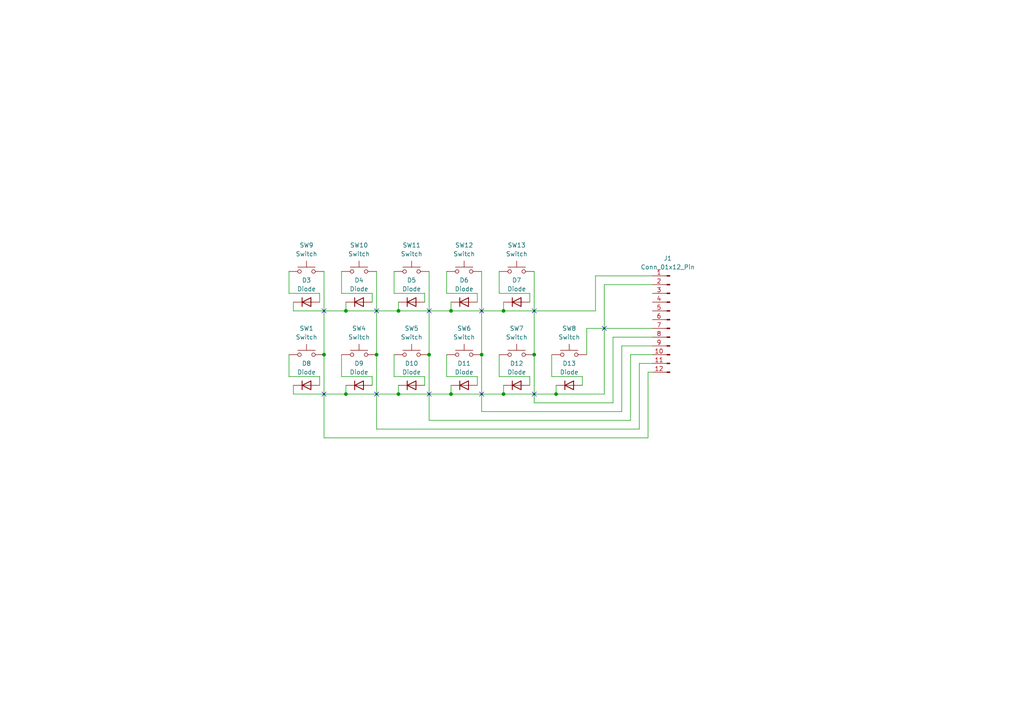
<source format=kicad_sch>
(kicad_sch (version 20230121) (generator eeschema)

  (uuid 1ffb0dac-93b1-41ca-affd-8e77a9fa82b3)

  (paper "A4")

  (lib_symbols
    (symbol "Connector:Conn_01x12_Pin" (pin_names (offset 1.016) hide) (in_bom yes) (on_board yes)
      (property "Reference" "J" (at 0 15.24 0)
        (effects (font (size 1.27 1.27)))
      )
      (property "Value" "Conn_01x12_Pin" (at 0 -17.78 0)
        (effects (font (size 1.27 1.27)))
      )
      (property "Footprint" "" (at 0 0 0)
        (effects (font (size 1.27 1.27)) hide)
      )
      (property "Datasheet" "~" (at 0 0 0)
        (effects (font (size 1.27 1.27)) hide)
      )
      (property "ki_locked" "" (at 0 0 0)
        (effects (font (size 1.27 1.27)))
      )
      (property "ki_keywords" "connector" (at 0 0 0)
        (effects (font (size 1.27 1.27)) hide)
      )
      (property "ki_description" "Generic connector, single row, 01x12, script generated" (at 0 0 0)
        (effects (font (size 1.27 1.27)) hide)
      )
      (property "ki_fp_filters" "Connector*:*_1x??_*" (at 0 0 0)
        (effects (font (size 1.27 1.27)) hide)
      )
      (symbol "Conn_01x12_Pin_1_1"
        (polyline
          (pts
            (xy 1.27 -15.24)
            (xy 0.8636 -15.24)
          )
          (stroke (width 0.1524) (type default))
          (fill (type none))
        )
        (polyline
          (pts
            (xy 1.27 -12.7)
            (xy 0.8636 -12.7)
          )
          (stroke (width 0.1524) (type default))
          (fill (type none))
        )
        (polyline
          (pts
            (xy 1.27 -10.16)
            (xy 0.8636 -10.16)
          )
          (stroke (width 0.1524) (type default))
          (fill (type none))
        )
        (polyline
          (pts
            (xy 1.27 -7.62)
            (xy 0.8636 -7.62)
          )
          (stroke (width 0.1524) (type default))
          (fill (type none))
        )
        (polyline
          (pts
            (xy 1.27 -5.08)
            (xy 0.8636 -5.08)
          )
          (stroke (width 0.1524) (type default))
          (fill (type none))
        )
        (polyline
          (pts
            (xy 1.27 -2.54)
            (xy 0.8636 -2.54)
          )
          (stroke (width 0.1524) (type default))
          (fill (type none))
        )
        (polyline
          (pts
            (xy 1.27 0)
            (xy 0.8636 0)
          )
          (stroke (width 0.1524) (type default))
          (fill (type none))
        )
        (polyline
          (pts
            (xy 1.27 2.54)
            (xy 0.8636 2.54)
          )
          (stroke (width 0.1524) (type default))
          (fill (type none))
        )
        (polyline
          (pts
            (xy 1.27 5.08)
            (xy 0.8636 5.08)
          )
          (stroke (width 0.1524) (type default))
          (fill (type none))
        )
        (polyline
          (pts
            (xy 1.27 7.62)
            (xy 0.8636 7.62)
          )
          (stroke (width 0.1524) (type default))
          (fill (type none))
        )
        (polyline
          (pts
            (xy 1.27 10.16)
            (xy 0.8636 10.16)
          )
          (stroke (width 0.1524) (type default))
          (fill (type none))
        )
        (polyline
          (pts
            (xy 1.27 12.7)
            (xy 0.8636 12.7)
          )
          (stroke (width 0.1524) (type default))
          (fill (type none))
        )
        (rectangle (start 0.8636 -15.113) (end 0 -15.367)
          (stroke (width 0.1524) (type default))
          (fill (type outline))
        )
        (rectangle (start 0.8636 -12.573) (end 0 -12.827)
          (stroke (width 0.1524) (type default))
          (fill (type outline))
        )
        (rectangle (start 0.8636 -10.033) (end 0 -10.287)
          (stroke (width 0.1524) (type default))
          (fill (type outline))
        )
        (rectangle (start 0.8636 -7.493) (end 0 -7.747)
          (stroke (width 0.1524) (type default))
          (fill (type outline))
        )
        (rectangle (start 0.8636 -4.953) (end 0 -5.207)
          (stroke (width 0.1524) (type default))
          (fill (type outline))
        )
        (rectangle (start 0.8636 -2.413) (end 0 -2.667)
          (stroke (width 0.1524) (type default))
          (fill (type outline))
        )
        (rectangle (start 0.8636 0.127) (end 0 -0.127)
          (stroke (width 0.1524) (type default))
          (fill (type outline))
        )
        (rectangle (start 0.8636 2.667) (end 0 2.413)
          (stroke (width 0.1524) (type default))
          (fill (type outline))
        )
        (rectangle (start 0.8636 5.207) (end 0 4.953)
          (stroke (width 0.1524) (type default))
          (fill (type outline))
        )
        (rectangle (start 0.8636 7.747) (end 0 7.493)
          (stroke (width 0.1524) (type default))
          (fill (type outline))
        )
        (rectangle (start 0.8636 10.287) (end 0 10.033)
          (stroke (width 0.1524) (type default))
          (fill (type outline))
        )
        (rectangle (start 0.8636 12.827) (end 0 12.573)
          (stroke (width 0.1524) (type default))
          (fill (type outline))
        )
        (pin passive line (at 5.08 12.7 180) (length 3.81)
          (name "Pin_1" (effects (font (size 1.27 1.27))))
          (number "1" (effects (font (size 1.27 1.27))))
        )
        (pin passive line (at 5.08 -10.16 180) (length 3.81)
          (name "Pin_10" (effects (font (size 1.27 1.27))))
          (number "10" (effects (font (size 1.27 1.27))))
        )
        (pin passive line (at 5.08 -12.7 180) (length 3.81)
          (name "Pin_11" (effects (font (size 1.27 1.27))))
          (number "11" (effects (font (size 1.27 1.27))))
        )
        (pin passive line (at 5.08 -15.24 180) (length 3.81)
          (name "Pin_12" (effects (font (size 1.27 1.27))))
          (number "12" (effects (font (size 1.27 1.27))))
        )
        (pin passive line (at 5.08 10.16 180) (length 3.81)
          (name "Pin_2" (effects (font (size 1.27 1.27))))
          (number "2" (effects (font (size 1.27 1.27))))
        )
        (pin passive line (at 5.08 7.62 180) (length 3.81)
          (name "Pin_3" (effects (font (size 1.27 1.27))))
          (number "3" (effects (font (size 1.27 1.27))))
        )
        (pin passive line (at 5.08 5.08 180) (length 3.81)
          (name "Pin_4" (effects (font (size 1.27 1.27))))
          (number "4" (effects (font (size 1.27 1.27))))
        )
        (pin passive line (at 5.08 2.54 180) (length 3.81)
          (name "Pin_5" (effects (font (size 1.27 1.27))))
          (number "5" (effects (font (size 1.27 1.27))))
        )
        (pin passive line (at 5.08 0 180) (length 3.81)
          (name "Pin_6" (effects (font (size 1.27 1.27))))
          (number "6" (effects (font (size 1.27 1.27))))
        )
        (pin passive line (at 5.08 -2.54 180) (length 3.81)
          (name "Pin_7" (effects (font (size 1.27 1.27))))
          (number "7" (effects (font (size 1.27 1.27))))
        )
        (pin passive line (at 5.08 -5.08 180) (length 3.81)
          (name "Pin_8" (effects (font (size 1.27 1.27))))
          (number "8" (effects (font (size 1.27 1.27))))
        )
        (pin passive line (at 5.08 -7.62 180) (length 3.81)
          (name "Pin_9" (effects (font (size 1.27 1.27))))
          (number "9" (effects (font (size 1.27 1.27))))
        )
      )
    )
    (symbol "ScottoKeebs:Placeholder_Diode" (pin_numbers hide) (pin_names hide) (in_bom yes) (on_board yes)
      (property "Reference" "D" (at 0 2.54 0)
        (effects (font (size 1.27 1.27)))
      )
      (property "Value" "Diode" (at 0 -2.54 0)
        (effects (font (size 1.27 1.27)))
      )
      (property "Footprint" "" (at 0 0 0)
        (effects (font (size 1.27 1.27)) hide)
      )
      (property "Datasheet" "" (at 0 0 0)
        (effects (font (size 1.27 1.27)) hide)
      )
      (property "Sim.Device" "D" (at 0 0 0)
        (effects (font (size 1.27 1.27)) hide)
      )
      (property "Sim.Pins" "1=K 2=A" (at 0 0 0)
        (effects (font (size 1.27 1.27)) hide)
      )
      (property "ki_keywords" "diode" (at 0 0 0)
        (effects (font (size 1.27 1.27)) hide)
      )
      (property "ki_description" "1N4148 (DO-35) or 1N4148W (SOD-123)" (at 0 0 0)
        (effects (font (size 1.27 1.27)) hide)
      )
      (property "ki_fp_filters" "D*DO?35*" (at 0 0 0)
        (effects (font (size 1.27 1.27)) hide)
      )
      (symbol "Placeholder_Diode_0_1"
        (polyline
          (pts
            (xy -1.27 1.27)
            (xy -1.27 -1.27)
          )
          (stroke (width 0.254) (type default))
          (fill (type none))
        )
        (polyline
          (pts
            (xy 1.27 0)
            (xy -1.27 0)
          )
          (stroke (width 0) (type default))
          (fill (type none))
        )
        (polyline
          (pts
            (xy 1.27 1.27)
            (xy 1.27 -1.27)
            (xy -1.27 0)
            (xy 1.27 1.27)
          )
          (stroke (width 0.254) (type default))
          (fill (type none))
        )
      )
      (symbol "Placeholder_Diode_1_1"
        (pin passive line (at -3.81 0 0) (length 2.54)
          (name "K" (effects (font (size 1.27 1.27))))
          (number "1" (effects (font (size 1.27 1.27))))
        )
        (pin passive line (at 3.81 0 180) (length 2.54)
          (name "A" (effects (font (size 1.27 1.27))))
          (number "2" (effects (font (size 1.27 1.27))))
        )
      )
    )
    (symbol "ScottoKeebs:Placeholder_Switch" (pin_numbers hide) (pin_names (offset 1.016) hide) (in_bom yes) (on_board yes)
      (property "Reference" "SW" (at 1.27 2.54 0)
        (effects (font (size 1.27 1.27)) (justify left))
      )
      (property "Value" "Switch" (at 0 -1.524 0)
        (effects (font (size 1.27 1.27)))
      )
      (property "Footprint" "" (at 0 5.08 0)
        (effects (font (size 1.27 1.27)) hide)
      )
      (property "Datasheet" "~" (at 0 5.08 0)
        (effects (font (size 1.27 1.27)) hide)
      )
      (property "ki_keywords" "switch normally-open pushbutton push-button" (at 0 0 0)
        (effects (font (size 1.27 1.27)) hide)
      )
      (property "ki_description" "Push button switch, generic, two pins" (at 0 0 0)
        (effects (font (size 1.27 1.27)) hide)
      )
      (symbol "Placeholder_Switch_0_1"
        (circle (center -2.032 0) (radius 0.508)
          (stroke (width 0) (type default))
          (fill (type none))
        )
        (polyline
          (pts
            (xy 0 1.27)
            (xy 0 3.048)
          )
          (stroke (width 0) (type default))
          (fill (type none))
        )
        (polyline
          (pts
            (xy 2.54 1.27)
            (xy -2.54 1.27)
          )
          (stroke (width 0) (type default))
          (fill (type none))
        )
        (circle (center 2.032 0) (radius 0.508)
          (stroke (width 0) (type default))
          (fill (type none))
        )
        (pin passive line (at -5.08 0 0) (length 2.54)
          (name "1" (effects (font (size 1.27 1.27))))
          (number "1" (effects (font (size 1.27 1.27))))
        )
        (pin passive line (at 5.08 0 180) (length 2.54)
          (name "2" (effects (font (size 1.27 1.27))))
          (number "2" (effects (font (size 1.27 1.27))))
        )
      )
    )
  )

  (junction (at 115.57 114.3) (diameter 0) (color 0 0 0 0)
    (uuid 1d0b6fa0-8568-4e6f-8b30-7d1aa1791853)
  )
  (junction (at 124.46 102.87) (diameter 0) (color 0 0 0 0)
    (uuid 2715111d-34fb-436f-89ae-b87f27ecaf0a)
  )
  (junction (at 100.33 90.17) (diameter 0) (color 0 0 0 0)
    (uuid 546b8662-572d-4e4c-9f5a-73d337a685c3)
  )
  (junction (at 154.94 102.87) (diameter 0) (color 0 0 0 0)
    (uuid 5f9f6f17-3c27-4a1c-ab8b-1f5a7ef722b8)
  )
  (junction (at 93.98 102.87) (diameter 0) (color 0 0 0 0)
    (uuid 6d7fab5c-0852-45ec-8af6-0672f129f7b5)
  )
  (junction (at 115.57 90.17) (diameter 0) (color 0 0 0 0)
    (uuid 6e0fa039-744c-42ca-9433-14d7080b5ffe)
  )
  (junction (at 139.7 102.87) (diameter 0) (color 0 0 0 0)
    (uuid 7b2426db-29a0-4cf4-baee-c7c98613b0f9)
  )
  (junction (at 100.33 114.3) (diameter 0) (color 0 0 0 0)
    (uuid 8a53df1e-3870-445a-99b6-1536df0c79c0)
  )
  (junction (at 109.22 102.87) (diameter 0) (color 0 0 0 0)
    (uuid a60b72db-e3e5-4c83-a091-422fec91deea)
  )
  (junction (at 130.81 90.17) (diameter 0) (color 0 0 0 0)
    (uuid c78d08ee-0f2a-4b82-97f5-a92575ac0813)
  )
  (junction (at 130.81 114.3) (diameter 0) (color 0 0 0 0)
    (uuid e1f44e11-65d1-416b-89b9-f11bb6c02eba)
  )
  (junction (at 146.05 90.17) (diameter 0) (color 0 0 0 0)
    (uuid e904bbf6-796d-4070-8fa0-c0a8df372357)
  )
  (junction (at 161.29 114.3) (diameter 0) (color 0 0 0 0)
    (uuid eb41f3d1-658f-47ac-956b-09e858720972)
  )
  (junction (at 146.05 114.3) (diameter 0) (color 0 0 0 0)
    (uuid f1d21914-7992-45f0-a8e8-5b0973bae955)
  )

  (no_connect (at 139.7 90.17) (uuid 267b2c5d-6112-43fd-b534-f96507d37641))
  (no_connect (at 154.94 114.3) (uuid 4b5836a9-c7e9-4030-93a4-1d3b6199c645))
  (no_connect (at 175.26 95.25) (uuid 87e19202-441e-4650-90c2-48072dd6f97b))
  (no_connect (at 93.98 90.17) (uuid 87fb2861-0358-4455-875f-f284d550fe7c))
  (no_connect (at 124.46 114.3) (uuid 8a4942c0-cfa9-453b-8a03-0829dbe6d744))
  (no_connect (at 109.22 90.17) (uuid 97ae5aad-2788-4dee-84e3-fa7035c8a954))
  (no_connect (at 124.46 90.17) (uuid 99f04b31-16ec-47fa-8df5-9feece5014cd))
  (no_connect (at 109.22 114.3) (uuid a486d78c-b048-4daa-a6d9-b8260c0096f7))
  (no_connect (at 154.94 90.17) (uuid af1a22f7-4577-43f7-b07c-c906457350c9))
  (no_connect (at 139.7 114.3) (uuid bffb3d71-b224-4fbd-a7a9-e21709912243))
  (no_connect (at 93.98 114.3) (uuid d5b666d8-9d3f-4823-9346-1fe25200acd2))

  (wire (pts (xy 99.06 109.22) (xy 107.95 109.22))
    (stroke (width 0) (type default))
    (uuid 01e1a319-110e-4766-8b23-0f8d685555d1)
  )
  (wire (pts (xy 100.33 111.76) (xy 100.33 114.3))
    (stroke (width 0) (type default))
    (uuid 06713741-be85-487f-b170-b25946673733)
  )
  (wire (pts (xy 154.94 102.87) (xy 154.94 116.84))
    (stroke (width 0) (type default))
    (uuid 0832bb1e-5082-4a4d-b4ed-ff5c0567535f)
  )
  (wire (pts (xy 83.82 85.09) (xy 92.71 85.09))
    (stroke (width 0) (type default))
    (uuid 088444bb-f51f-4d17-8ceb-d7e7f71d44d2)
  )
  (wire (pts (xy 114.3 78.74) (xy 114.3 85.09))
    (stroke (width 0) (type default))
    (uuid 093a371a-a949-4fef-93a4-da16c92bb699)
  )
  (wire (pts (xy 123.19 85.09) (xy 123.19 87.63))
    (stroke (width 0) (type default))
    (uuid 0d37a9d1-cebf-4ced-9f4a-c19b6edeab4a)
  )
  (wire (pts (xy 107.95 85.09) (xy 107.95 87.63))
    (stroke (width 0) (type default))
    (uuid 0e0d1802-4128-4a3b-9fa3-50fff396c6b8)
  )
  (wire (pts (xy 185.42 124.46) (xy 185.42 105.41))
    (stroke (width 0) (type default))
    (uuid 11e4ffb2-9717-4c2c-a283-c650fa2d6fa1)
  )
  (wire (pts (xy 146.05 87.63) (xy 146.05 90.17))
    (stroke (width 0) (type default))
    (uuid 1310a48c-a651-4beb-8f39-deb25c909b70)
  )
  (wire (pts (xy 177.8 97.79) (xy 189.23 97.79))
    (stroke (width 0) (type default))
    (uuid 152e1868-cdc3-4d3b-876b-3549f6004729)
  )
  (wire (pts (xy 100.33 114.3) (xy 115.57 114.3))
    (stroke (width 0) (type default))
    (uuid 175c0606-6091-49ce-a327-48dd7b32aef2)
  )
  (wire (pts (xy 130.81 87.63) (xy 130.81 90.17))
    (stroke (width 0) (type default))
    (uuid 1d815c34-3a99-4c13-b3fc-60ccf8653304)
  )
  (wire (pts (xy 154.94 78.74) (xy 154.94 102.87))
    (stroke (width 0) (type default))
    (uuid 1e6e3820-b18f-4112-a2ef-170ce5807c32)
  )
  (wire (pts (xy 182.88 121.92) (xy 182.88 102.87))
    (stroke (width 0) (type default))
    (uuid 2304d9cd-ba2d-43b5-a434-1d8507799ffc)
  )
  (wire (pts (xy 83.82 78.74) (xy 83.82 85.09))
    (stroke (width 0) (type default))
    (uuid 2639106b-8acc-4c3e-81fa-69e6024e25a1)
  )
  (wire (pts (xy 115.57 90.17) (xy 130.81 90.17))
    (stroke (width 0) (type default))
    (uuid 268331d8-301a-4622-ad2c-25c0a01f8e45)
  )
  (wire (pts (xy 138.43 85.09) (xy 138.43 87.63))
    (stroke (width 0) (type default))
    (uuid 2873d95f-6400-49ae-bc29-e0baf5a216d7)
  )
  (wire (pts (xy 115.57 87.63) (xy 115.57 90.17))
    (stroke (width 0) (type default))
    (uuid 29520c1f-bed1-4e33-bb79-e2ea19fa5a76)
  )
  (wire (pts (xy 123.19 109.22) (xy 123.19 111.76))
    (stroke (width 0) (type default))
    (uuid 2aee0f32-4cf6-4a65-a3dc-b1499dd8e8e1)
  )
  (wire (pts (xy 170.18 95.25) (xy 189.23 95.25))
    (stroke (width 0) (type default))
    (uuid 2b713f67-94c8-4e28-8d05-3b81be68667c)
  )
  (wire (pts (xy 85.09 111.76) (xy 85.09 114.3))
    (stroke (width 0) (type default))
    (uuid 2bd23d21-ecb2-4d5c-8770-21fe2d9a601e)
  )
  (wire (pts (xy 114.3 85.09) (xy 123.19 85.09))
    (stroke (width 0) (type default))
    (uuid 3ac14ec2-62a0-443f-ae7e-a3d5bd93e33d)
  )
  (wire (pts (xy 129.54 102.87) (xy 129.54 109.22))
    (stroke (width 0) (type default))
    (uuid 425335de-4d13-4ceb-b11b-acd2f8b40c9d)
  )
  (wire (pts (xy 146.05 90.17) (xy 172.72 90.17))
    (stroke (width 0) (type default))
    (uuid 43bd4ef3-8692-4bf4-9d83-89b2c4970786)
  )
  (wire (pts (xy 115.57 114.3) (xy 130.81 114.3))
    (stroke (width 0) (type default))
    (uuid 4440ec1f-be31-43c4-8b33-4e2da26adf9b)
  )
  (wire (pts (xy 168.91 109.22) (xy 168.91 111.76))
    (stroke (width 0) (type default))
    (uuid 44b6b07e-2e01-43cc-b9de-8f8a5ad66461)
  )
  (wire (pts (xy 114.3 102.87) (xy 114.3 109.22))
    (stroke (width 0) (type default))
    (uuid 44debf69-0bec-4dad-9ab5-3596524327ca)
  )
  (wire (pts (xy 109.22 78.74) (xy 109.22 102.87))
    (stroke (width 0) (type default))
    (uuid 468f2ff1-982c-4dd9-a8bc-681d0e63319a)
  )
  (wire (pts (xy 85.09 114.3) (xy 100.33 114.3))
    (stroke (width 0) (type default))
    (uuid 4afe17b0-e9fc-4ec9-8ccb-f317124e4314)
  )
  (wire (pts (xy 100.33 87.63) (xy 100.33 90.17))
    (stroke (width 0) (type default))
    (uuid 4f4ecf10-de6c-490f-8c50-3c2d93fd77b1)
  )
  (wire (pts (xy 160.02 109.22) (xy 168.91 109.22))
    (stroke (width 0) (type default))
    (uuid 5078cb4a-52db-4162-861e-a4b6a1c3392e)
  )
  (wire (pts (xy 139.7 119.38) (xy 180.34 119.38))
    (stroke (width 0) (type default))
    (uuid 51693110-06be-46f5-a362-036378bd05f1)
  )
  (wire (pts (xy 83.82 102.87) (xy 83.82 109.22))
    (stroke (width 0) (type default))
    (uuid 5269f0dc-e4ca-42b0-a3af-54484f01281a)
  )
  (wire (pts (xy 129.54 78.74) (xy 129.54 85.09))
    (stroke (width 0) (type default))
    (uuid 5869514c-89bd-46b6-8bf5-2dc76fde03e4)
  )
  (wire (pts (xy 93.98 78.74) (xy 93.98 102.87))
    (stroke (width 0) (type default))
    (uuid 5f5fcc94-bd9e-4619-b86e-87f86d9d7423)
  )
  (wire (pts (xy 115.57 111.76) (xy 115.57 114.3))
    (stroke (width 0) (type default))
    (uuid 6570ba11-8740-41fa-89ce-f350e421fda6)
  )
  (wire (pts (xy 180.34 100.33) (xy 189.23 100.33))
    (stroke (width 0) (type default))
    (uuid 681bcd49-5a79-47e4-b0d8-2092f32b07de)
  )
  (wire (pts (xy 99.06 85.09) (xy 107.95 85.09))
    (stroke (width 0) (type default))
    (uuid 6bd59577-dd5d-429c-92a9-915b73cb6412)
  )
  (wire (pts (xy 161.29 114.3) (xy 175.26 114.3))
    (stroke (width 0) (type default))
    (uuid 714bcfa0-aa6e-4585-87e0-c26efc466496)
  )
  (wire (pts (xy 109.22 102.87) (xy 109.22 124.46))
    (stroke (width 0) (type default))
    (uuid 722db4b3-be6b-48ce-9f46-0ac94ae1ba4e)
  )
  (wire (pts (xy 172.72 80.01) (xy 189.23 80.01))
    (stroke (width 0) (type default))
    (uuid 72e70225-b957-4dac-ab7f-d19e3d786689)
  )
  (wire (pts (xy 182.88 102.87) (xy 189.23 102.87))
    (stroke (width 0) (type default))
    (uuid 792a31a9-2155-4e8d-91a0-beb04e538cf0)
  )
  (wire (pts (xy 130.81 111.76) (xy 130.81 114.3))
    (stroke (width 0) (type default))
    (uuid 7e82b881-5631-44de-aeea-3b8aad3d8063)
  )
  (wire (pts (xy 92.71 109.22) (xy 92.71 111.76))
    (stroke (width 0) (type default))
    (uuid 835e8e8a-44b8-4f23-ba22-69efe62b1462)
  )
  (wire (pts (xy 170.18 102.87) (xy 170.18 95.25))
    (stroke (width 0) (type default))
    (uuid 83f0c041-266b-4436-809f-46e8348221b5)
  )
  (wire (pts (xy 99.06 102.87) (xy 99.06 109.22))
    (stroke (width 0) (type default))
    (uuid 84e82872-16ec-4e57-b206-2ee50e34a98c)
  )
  (wire (pts (xy 124.46 121.92) (xy 182.88 121.92))
    (stroke (width 0) (type default))
    (uuid 87d0259b-e852-4b09-8538-a838a43a4d98)
  )
  (wire (pts (xy 144.78 109.22) (xy 153.67 109.22))
    (stroke (width 0) (type default))
    (uuid 880c9aff-ba38-409b-b9aa-dcc120e99640)
  )
  (wire (pts (xy 85.09 87.63) (xy 85.09 90.17))
    (stroke (width 0) (type default))
    (uuid 8ba813d8-7b9e-4fcd-969f-54d1ef042ae5)
  )
  (wire (pts (xy 175.26 82.55) (xy 189.23 82.55))
    (stroke (width 0) (type default))
    (uuid 932b65a0-54ee-4427-99da-b756db080084)
  )
  (wire (pts (xy 161.29 111.76) (xy 161.29 114.3))
    (stroke (width 0) (type default))
    (uuid 93425af5-7e78-4d43-b8b6-a315308a3df8)
  )
  (wire (pts (xy 144.78 85.09) (xy 153.67 85.09))
    (stroke (width 0) (type default))
    (uuid 9f5f28e7-c471-4085-a656-1cc335da1a02)
  )
  (wire (pts (xy 139.7 78.74) (xy 139.7 102.87))
    (stroke (width 0) (type default))
    (uuid a935c1fd-b0a7-4905-83fa-f1db2e474b0b)
  )
  (wire (pts (xy 185.42 105.41) (xy 189.23 105.41))
    (stroke (width 0) (type default))
    (uuid ac1f26f6-5408-4933-9807-d2bc5ba78b2b)
  )
  (wire (pts (xy 180.34 119.38) (xy 180.34 100.33))
    (stroke (width 0) (type default))
    (uuid b178427b-b951-41f4-8598-372d42eadada)
  )
  (wire (pts (xy 144.78 78.74) (xy 144.78 85.09))
    (stroke (width 0) (type default))
    (uuid b34ae020-4ab4-491c-8ddc-9d33a0e3c9c9)
  )
  (wire (pts (xy 154.94 116.84) (xy 177.8 116.84))
    (stroke (width 0) (type default))
    (uuid b41e3bd0-24b4-48c4-89a4-478364dbd9b1)
  )
  (wire (pts (xy 83.82 109.22) (xy 92.71 109.22))
    (stroke (width 0) (type default))
    (uuid b59666c0-519f-453b-a142-d62be974dcd8)
  )
  (wire (pts (xy 160.02 102.87) (xy 160.02 109.22))
    (stroke (width 0) (type default))
    (uuid b75303bf-a65e-41fa-af7e-60f0f217f344)
  )
  (wire (pts (xy 187.96 127) (xy 187.96 107.95))
    (stroke (width 0) (type default))
    (uuid bb12f5f9-5593-484d-a091-ff8fa85d56e6)
  )
  (wire (pts (xy 130.81 90.17) (xy 146.05 90.17))
    (stroke (width 0) (type default))
    (uuid c180a723-9e1c-4fa9-b0a1-8e1b6a682f03)
  )
  (wire (pts (xy 144.78 102.87) (xy 144.78 109.22))
    (stroke (width 0) (type default))
    (uuid c441b2e1-7eb9-4951-ac24-e399bfee71e2)
  )
  (wire (pts (xy 107.95 109.22) (xy 107.95 111.76))
    (stroke (width 0) (type default))
    (uuid c6308dda-ebbc-45da-afc7-3a849781fb3e)
  )
  (wire (pts (xy 124.46 102.87) (xy 124.46 121.92))
    (stroke (width 0) (type default))
    (uuid c6715ed1-ddbb-451a-9869-1d4d146651fc)
  )
  (wire (pts (xy 130.81 114.3) (xy 146.05 114.3))
    (stroke (width 0) (type default))
    (uuid c966a59c-97af-4c0b-8671-89ed30c1eb89)
  )
  (wire (pts (xy 187.96 107.95) (xy 189.23 107.95))
    (stroke (width 0) (type default))
    (uuid cc814379-5984-4099-b97d-bd40ec0ff029)
  )
  (wire (pts (xy 85.09 90.17) (xy 100.33 90.17))
    (stroke (width 0) (type default))
    (uuid cc9f3acf-ad97-42da-b1c8-81ed816458b2)
  )
  (wire (pts (xy 99.06 78.74) (xy 99.06 85.09))
    (stroke (width 0) (type default))
    (uuid cf6aab3a-e7d9-4f80-963e-c5d2aaa8baba)
  )
  (wire (pts (xy 177.8 116.84) (xy 177.8 97.79))
    (stroke (width 0) (type default))
    (uuid cf7d71e4-ebe7-425f-945a-ed1b4c815a3d)
  )
  (wire (pts (xy 153.67 109.22) (xy 153.67 111.76))
    (stroke (width 0) (type default))
    (uuid d17578f2-dc84-416b-aee9-f55b894c109c)
  )
  (wire (pts (xy 124.46 78.74) (xy 124.46 102.87))
    (stroke (width 0) (type default))
    (uuid d4b441e0-da87-428d-8451-d16a30db925e)
  )
  (wire (pts (xy 100.33 90.17) (xy 115.57 90.17))
    (stroke (width 0) (type default))
    (uuid d5c1fefa-813f-4343-b21c-a2ee088b3479)
  )
  (wire (pts (xy 129.54 109.22) (xy 138.43 109.22))
    (stroke (width 0) (type default))
    (uuid d5d5bbe1-53e8-4d62-9c86-d72a273e09b9)
  )
  (wire (pts (xy 146.05 111.76) (xy 146.05 114.3))
    (stroke (width 0) (type default))
    (uuid d6d4f6e4-b013-49df-92b6-62e8431b567b)
  )
  (wire (pts (xy 129.54 85.09) (xy 138.43 85.09))
    (stroke (width 0) (type default))
    (uuid ddfa888d-28b5-492b-b6fb-2d6625bbf45b)
  )
  (wire (pts (xy 92.71 85.09) (xy 92.71 87.63))
    (stroke (width 0) (type default))
    (uuid df977f68-e924-46fe-ae72-01887d6ce272)
  )
  (wire (pts (xy 138.43 109.22) (xy 138.43 111.76))
    (stroke (width 0) (type default))
    (uuid e13a3dd2-cf13-4d03-afb1-0784f38ca555)
  )
  (wire (pts (xy 93.98 127) (xy 187.96 127))
    (stroke (width 0) (type default))
    (uuid e5743ba8-57cd-4b09-a6ea-2ccaedb5749d)
  )
  (wire (pts (xy 146.05 114.3) (xy 161.29 114.3))
    (stroke (width 0) (type default))
    (uuid e5be5c48-57c2-4b5b-b2bc-e335cc17b73e)
  )
  (wire (pts (xy 175.26 114.3) (xy 175.26 82.55))
    (stroke (width 0) (type default))
    (uuid e678e5fd-09d0-4856-8a2a-d9d873a5540d)
  )
  (wire (pts (xy 172.72 90.17) (xy 172.72 80.01))
    (stroke (width 0) (type default))
    (uuid ea67836f-c7dd-45c5-9ec2-31adec58b9e9)
  )
  (wire (pts (xy 153.67 85.09) (xy 153.67 87.63))
    (stroke (width 0) (type default))
    (uuid f158fad8-d8cc-4959-a65b-1fc5046d4700)
  )
  (wire (pts (xy 109.22 124.46) (xy 185.42 124.46))
    (stroke (width 0) (type default))
    (uuid f20d7ded-ce55-4765-8d98-07c399d8c3c4)
  )
  (wire (pts (xy 114.3 109.22) (xy 123.19 109.22))
    (stroke (width 0) (type default))
    (uuid f3377637-6516-4f3b-884d-96261186d7a6)
  )
  (wire (pts (xy 93.98 102.87) (xy 93.98 127))
    (stroke (width 0) (type default))
    (uuid f4390cfb-775b-4a21-b7ad-70fe04e90f3f)
  )
  (wire (pts (xy 139.7 102.87) (xy 139.7 119.38))
    (stroke (width 0) (type default))
    (uuid fa7c288b-f2b9-419c-8b1f-42bd42e64151)
  )

  (symbol (lib_id "ScottoKeebs:Placeholder_Diode") (at 104.14 87.63 0) (unit 1)
    (in_bom yes) (on_board yes) (dnp no) (fields_autoplaced)
    (uuid 244aabfb-80d7-4d84-b877-dad19d518e7a)
    (property "Reference" "D4" (at 104.14 81.28 0)
      (effects (font (size 1.27 1.27)))
    )
    (property "Value" "Diode" (at 104.14 83.82 0)
      (effects (font (size 1.27 1.27)))
    )
    (property "Footprint" "" (at 104.14 87.63 0)
      (effects (font (size 1.27 1.27)) hide)
    )
    (property "Datasheet" "" (at 104.14 87.63 0)
      (effects (font (size 1.27 1.27)) hide)
    )
    (property "Sim.Device" "D" (at 104.14 87.63 0)
      (effects (font (size 1.27 1.27)) hide)
    )
    (property "Sim.Pins" "1=K 2=A" (at 104.14 87.63 0)
      (effects (font (size 1.27 1.27)) hide)
    )
    (pin "1" (uuid 714bd97a-181e-4223-8ca1-60e62c21e5ca))
    (pin "2" (uuid 7980b0e4-1fb9-4d8b-80c9-4f02050b8aed))
    (instances
      (project "mksp_Mk1_rev0"
        (path "/317db825-7ec8-42a4-86c9-29de77488848/5e10f522-bda2-47d4-8f22-ab87da492e03"
          (reference "D4") (unit 1)
        )
      )
    )
  )

  (symbol (lib_id "ScottoKeebs:Placeholder_Switch") (at 119.38 78.74 0) (unit 1)
    (in_bom yes) (on_board yes) (dnp no) (fields_autoplaced)
    (uuid 3ccc1b11-1340-4ede-9338-9ed10211a7fb)
    (property "Reference" "SW11" (at 119.38 71.12 0)
      (effects (font (size 1.27 1.27)))
    )
    (property "Value" "Switch" (at 119.38 73.66 0)
      (effects (font (size 1.27 1.27)))
    )
    (property "Footprint" "" (at 119.38 73.66 0)
      (effects (font (size 1.27 1.27)) hide)
    )
    (property "Datasheet" "~" (at 119.38 73.66 0)
      (effects (font (size 1.27 1.27)) hide)
    )
    (pin "1" (uuid 810c1255-f1d5-4ba4-b642-33619b6c0b3e))
    (pin "2" (uuid 19c62090-f2ff-460b-9733-c0e93b1bd480))
    (instances
      (project "mksp_Mk1_rev0"
        (path "/317db825-7ec8-42a4-86c9-29de77488848/5e10f522-bda2-47d4-8f22-ab87da492e03"
          (reference "SW11") (unit 1)
        )
      )
    )
  )

  (symbol (lib_id "ScottoKeebs:Placeholder_Switch") (at 104.14 78.74 0) (unit 1)
    (in_bom yes) (on_board yes) (dnp no) (fields_autoplaced)
    (uuid 3ebf5f3e-e592-44a7-8b02-47b216899085)
    (property "Reference" "SW10" (at 104.14 71.12 0)
      (effects (font (size 1.27 1.27)))
    )
    (property "Value" "Switch" (at 104.14 73.66 0)
      (effects (font (size 1.27 1.27)))
    )
    (property "Footprint" "" (at 104.14 73.66 0)
      (effects (font (size 1.27 1.27)) hide)
    )
    (property "Datasheet" "~" (at 104.14 73.66 0)
      (effects (font (size 1.27 1.27)) hide)
    )
    (pin "1" (uuid 79842030-2b50-429b-b311-f98edc8c6e1c))
    (pin "2" (uuid 332fb8e3-dde0-4df2-aa59-2c0f6ffe450a))
    (instances
      (project "mksp_Mk1_rev0"
        (path "/317db825-7ec8-42a4-86c9-29de77488848/5e10f522-bda2-47d4-8f22-ab87da492e03"
          (reference "SW10") (unit 1)
        )
      )
    )
  )

  (symbol (lib_id "ScottoKeebs:Placeholder_Diode") (at 149.86 111.76 0) (unit 1)
    (in_bom yes) (on_board yes) (dnp no) (fields_autoplaced)
    (uuid 57afeec2-dc99-4904-b507-ab4a8b0bb6f7)
    (property "Reference" "D12" (at 149.86 105.41 0)
      (effects (font (size 1.27 1.27)))
    )
    (property "Value" "Diode" (at 149.86 107.95 0)
      (effects (font (size 1.27 1.27)))
    )
    (property "Footprint" "" (at 149.86 111.76 0)
      (effects (font (size 1.27 1.27)) hide)
    )
    (property "Datasheet" "" (at 149.86 111.76 0)
      (effects (font (size 1.27 1.27)) hide)
    )
    (property "Sim.Device" "D" (at 149.86 111.76 0)
      (effects (font (size 1.27 1.27)) hide)
    )
    (property "Sim.Pins" "1=K 2=A" (at 149.86 111.76 0)
      (effects (font (size 1.27 1.27)) hide)
    )
    (pin "1" (uuid 18240ae6-693b-4f44-84f2-d180fe25e0f7))
    (pin "2" (uuid 02d7a070-2b2d-4545-9990-ecdbabaf8672))
    (instances
      (project "mksp_Mk1_rev0"
        (path "/317db825-7ec8-42a4-86c9-29de77488848/5e10f522-bda2-47d4-8f22-ab87da492e03"
          (reference "D12") (unit 1)
        )
      )
    )
  )

  (symbol (lib_id "ScottoKeebs:Placeholder_Switch") (at 119.38 102.87 0) (unit 1)
    (in_bom yes) (on_board yes) (dnp no) (fields_autoplaced)
    (uuid 5902b3ab-5f32-459d-bf39-c5e7880fe960)
    (property "Reference" "SW5" (at 119.38 95.25 0)
      (effects (font (size 1.27 1.27)))
    )
    (property "Value" "Switch" (at 119.38 97.79 0)
      (effects (font (size 1.27 1.27)))
    )
    (property "Footprint" "" (at 119.38 97.79 0)
      (effects (font (size 1.27 1.27)) hide)
    )
    (property "Datasheet" "~" (at 119.38 97.79 0)
      (effects (font (size 1.27 1.27)) hide)
    )
    (pin "1" (uuid 09841d62-e9b2-4fa8-ae6d-aa1918dc79a2))
    (pin "2" (uuid 1dce09d0-c3c9-4942-b10d-7296a0885d59))
    (instances
      (project "mksp_Mk1_rev0"
        (path "/317db825-7ec8-42a4-86c9-29de77488848/5e10f522-bda2-47d4-8f22-ab87da492e03"
          (reference "SW5") (unit 1)
        )
      )
    )
  )

  (symbol (lib_id "ScottoKeebs:Placeholder_Diode") (at 88.9 111.76 0) (unit 1)
    (in_bom yes) (on_board yes) (dnp no) (fields_autoplaced)
    (uuid 6bd6a9e2-cc94-4652-8667-83196ca22820)
    (property "Reference" "D8" (at 88.9 105.41 0)
      (effects (font (size 1.27 1.27)))
    )
    (property "Value" "Diode" (at 88.9 107.95 0)
      (effects (font (size 1.27 1.27)))
    )
    (property "Footprint" "" (at 88.9 111.76 0)
      (effects (font (size 1.27 1.27)) hide)
    )
    (property "Datasheet" "" (at 88.9 111.76 0)
      (effects (font (size 1.27 1.27)) hide)
    )
    (property "Sim.Device" "D" (at 88.9 111.76 0)
      (effects (font (size 1.27 1.27)) hide)
    )
    (property "Sim.Pins" "1=K 2=A" (at 88.9 111.76 0)
      (effects (font (size 1.27 1.27)) hide)
    )
    (pin "1" (uuid 1ba38699-687b-4f14-930f-2195d2dfabb5))
    (pin "2" (uuid 51feba0f-5d03-4d58-95ba-0f855e846121))
    (instances
      (project "mksp_Mk1_rev0"
        (path "/317db825-7ec8-42a4-86c9-29de77488848/5e10f522-bda2-47d4-8f22-ab87da492e03"
          (reference "D8") (unit 1)
        )
      )
    )
  )

  (symbol (lib_id "ScottoKeebs:Placeholder_Diode") (at 165.1 111.76 0) (unit 1)
    (in_bom yes) (on_board yes) (dnp no) (fields_autoplaced)
    (uuid 6f63cbb7-1cf3-4544-8126-af1a0d6a9f39)
    (property "Reference" "D13" (at 165.1 105.41 0)
      (effects (font (size 1.27 1.27)))
    )
    (property "Value" "Diode" (at 165.1 107.95 0)
      (effects (font (size 1.27 1.27)))
    )
    (property "Footprint" "" (at 165.1 111.76 0)
      (effects (font (size 1.27 1.27)) hide)
    )
    (property "Datasheet" "" (at 165.1 111.76 0)
      (effects (font (size 1.27 1.27)) hide)
    )
    (property "Sim.Device" "D" (at 165.1 111.76 0)
      (effects (font (size 1.27 1.27)) hide)
    )
    (property "Sim.Pins" "1=K 2=A" (at 165.1 111.76 0)
      (effects (font (size 1.27 1.27)) hide)
    )
    (pin "1" (uuid 78724d18-c3e7-4d17-bc52-b302dff1e47f))
    (pin "2" (uuid 7b7e06f0-2ef5-429f-9002-2af9fd902341))
    (instances
      (project "mksp_Mk1_rev0"
        (path "/317db825-7ec8-42a4-86c9-29de77488848/5e10f522-bda2-47d4-8f22-ab87da492e03"
          (reference "D13") (unit 1)
        )
      )
    )
  )

  (symbol (lib_id "ScottoKeebs:Placeholder_Switch") (at 104.14 102.87 0) (unit 1)
    (in_bom yes) (on_board yes) (dnp no) (fields_autoplaced)
    (uuid 74875a16-784c-43da-b471-fadd88648d33)
    (property "Reference" "SW4" (at 104.14 95.25 0)
      (effects (font (size 1.27 1.27)))
    )
    (property "Value" "Switch" (at 104.14 97.79 0)
      (effects (font (size 1.27 1.27)))
    )
    (property "Footprint" "" (at 104.14 97.79 0)
      (effects (font (size 1.27 1.27)) hide)
    )
    (property "Datasheet" "~" (at 104.14 97.79 0)
      (effects (font (size 1.27 1.27)) hide)
    )
    (pin "1" (uuid 6b1e2718-d07e-439d-ae60-e8a40874d3d1))
    (pin "2" (uuid 7869e113-e0d6-4568-812c-3cfb095fb300))
    (instances
      (project "mksp_Mk1_rev0"
        (path "/317db825-7ec8-42a4-86c9-29de77488848/5e10f522-bda2-47d4-8f22-ab87da492e03"
          (reference "SW4") (unit 1)
        )
      )
    )
  )

  (symbol (lib_id "ScottoKeebs:Placeholder_Diode") (at 104.14 111.76 0) (unit 1)
    (in_bom yes) (on_board yes) (dnp no) (fields_autoplaced)
    (uuid 75b0c689-e30d-4fea-807e-0b93fa45b9f7)
    (property "Reference" "D9" (at 104.14 105.41 0)
      (effects (font (size 1.27 1.27)))
    )
    (property "Value" "Diode" (at 104.14 107.95 0)
      (effects (font (size 1.27 1.27)))
    )
    (property "Footprint" "" (at 104.14 111.76 0)
      (effects (font (size 1.27 1.27)) hide)
    )
    (property "Datasheet" "" (at 104.14 111.76 0)
      (effects (font (size 1.27 1.27)) hide)
    )
    (property "Sim.Device" "D" (at 104.14 111.76 0)
      (effects (font (size 1.27 1.27)) hide)
    )
    (property "Sim.Pins" "1=K 2=A" (at 104.14 111.76 0)
      (effects (font (size 1.27 1.27)) hide)
    )
    (pin "1" (uuid eaa352bb-c8f1-416d-a819-46bfbf0aa849))
    (pin "2" (uuid d3cb5476-33ba-4a37-bf4b-3fe9a304d6aa))
    (instances
      (project "mksp_Mk1_rev0"
        (path "/317db825-7ec8-42a4-86c9-29de77488848/5e10f522-bda2-47d4-8f22-ab87da492e03"
          (reference "D9") (unit 1)
        )
      )
    )
  )

  (symbol (lib_id "ScottoKeebs:Placeholder_Diode") (at 134.62 87.63 0) (unit 1)
    (in_bom yes) (on_board yes) (dnp no) (fields_autoplaced)
    (uuid 7ca079bd-ea99-492e-87a4-f757b9d09fc0)
    (property "Reference" "D6" (at 134.62 81.28 0)
      (effects (font (size 1.27 1.27)))
    )
    (property "Value" "Diode" (at 134.62 83.82 0)
      (effects (font (size 1.27 1.27)))
    )
    (property "Footprint" "" (at 134.62 87.63 0)
      (effects (font (size 1.27 1.27)) hide)
    )
    (property "Datasheet" "" (at 134.62 87.63 0)
      (effects (font (size 1.27 1.27)) hide)
    )
    (property "Sim.Device" "D" (at 134.62 87.63 0)
      (effects (font (size 1.27 1.27)) hide)
    )
    (property "Sim.Pins" "1=K 2=A" (at 134.62 87.63 0)
      (effects (font (size 1.27 1.27)) hide)
    )
    (pin "1" (uuid 426605e8-7b03-4e3d-9794-980319231910))
    (pin "2" (uuid 2b1af573-54f4-4462-8476-8ec216b11867))
    (instances
      (project "mksp_Mk1_rev0"
        (path "/317db825-7ec8-42a4-86c9-29de77488848/5e10f522-bda2-47d4-8f22-ab87da492e03"
          (reference "D6") (unit 1)
        )
      )
    )
  )

  (symbol (lib_id "ScottoKeebs:Placeholder_Switch") (at 134.62 102.87 0) (unit 1)
    (in_bom yes) (on_board yes) (dnp no) (fields_autoplaced)
    (uuid 96773197-465d-4408-8b4b-20438db3d007)
    (property "Reference" "SW6" (at 134.62 95.25 0)
      (effects (font (size 1.27 1.27)))
    )
    (property "Value" "Switch" (at 134.62 97.79 0)
      (effects (font (size 1.27 1.27)))
    )
    (property "Footprint" "" (at 134.62 97.79 0)
      (effects (font (size 1.27 1.27)) hide)
    )
    (property "Datasheet" "~" (at 134.62 97.79 0)
      (effects (font (size 1.27 1.27)) hide)
    )
    (pin "1" (uuid a10c70f4-2706-4b51-a12b-5ba2cbed5cc5))
    (pin "2" (uuid 21977aa3-725b-41a4-a214-99f79a4c2860))
    (instances
      (project "mksp_Mk1_rev0"
        (path "/317db825-7ec8-42a4-86c9-29de77488848/5e10f522-bda2-47d4-8f22-ab87da492e03"
          (reference "SW6") (unit 1)
        )
      )
    )
  )

  (symbol (lib_id "ScottoKeebs:Placeholder_Switch") (at 149.86 78.74 0) (unit 1)
    (in_bom yes) (on_board yes) (dnp no) (fields_autoplaced)
    (uuid a7741b81-24d6-4a1a-bef6-c340033cb173)
    (property "Reference" "SW13" (at 149.86 71.12 0)
      (effects (font (size 1.27 1.27)))
    )
    (property "Value" "Switch" (at 149.86 73.66 0)
      (effects (font (size 1.27 1.27)))
    )
    (property "Footprint" "" (at 149.86 73.66 0)
      (effects (font (size 1.27 1.27)) hide)
    )
    (property "Datasheet" "~" (at 149.86 73.66 0)
      (effects (font (size 1.27 1.27)) hide)
    )
    (pin "1" (uuid a142e5cd-fe1e-478e-b663-49833fc3aaaf))
    (pin "2" (uuid 465f401f-5ce1-473f-a7f7-42fc3b8c41f0))
    (instances
      (project "mksp_Mk1_rev0"
        (path "/317db825-7ec8-42a4-86c9-29de77488848/5e10f522-bda2-47d4-8f22-ab87da492e03"
          (reference "SW13") (unit 1)
        )
      )
    )
  )

  (symbol (lib_id "ScottoKeebs:Placeholder_Switch") (at 149.86 102.87 0) (unit 1)
    (in_bom yes) (on_board yes) (dnp no) (fields_autoplaced)
    (uuid ab406cb3-e837-42ce-baf7-67cb6d3a8f61)
    (property "Reference" "SW7" (at 149.86 95.25 0)
      (effects (font (size 1.27 1.27)))
    )
    (property "Value" "Switch" (at 149.86 97.79 0)
      (effects (font (size 1.27 1.27)))
    )
    (property "Footprint" "" (at 149.86 97.79 0)
      (effects (font (size 1.27 1.27)) hide)
    )
    (property "Datasheet" "~" (at 149.86 97.79 0)
      (effects (font (size 1.27 1.27)) hide)
    )
    (pin "1" (uuid f7974dd7-c3b7-4349-b48c-5b9b91b09860))
    (pin "2" (uuid 51f8ebc1-9cc2-47c6-b67f-51cebff74111))
    (instances
      (project "mksp_Mk1_rev0"
        (path "/317db825-7ec8-42a4-86c9-29de77488848/5e10f522-bda2-47d4-8f22-ab87da492e03"
          (reference "SW7") (unit 1)
        )
      )
    )
  )

  (symbol (lib_id "ScottoKeebs:Placeholder_Switch") (at 165.1 102.87 0) (unit 1)
    (in_bom yes) (on_board yes) (dnp no) (fields_autoplaced)
    (uuid b6528378-cd5f-42de-a560-c45f95f510e2)
    (property "Reference" "SW8" (at 165.1 95.25 0)
      (effects (font (size 1.27 1.27)))
    )
    (property "Value" "Switch" (at 165.1 97.79 0)
      (effects (font (size 1.27 1.27)))
    )
    (property "Footprint" "" (at 165.1 97.79 0)
      (effects (font (size 1.27 1.27)) hide)
    )
    (property "Datasheet" "~" (at 165.1 97.79 0)
      (effects (font (size 1.27 1.27)) hide)
    )
    (pin "1" (uuid 26f88fdf-4982-48fc-8158-244de8298f12))
    (pin "2" (uuid 4e3135ed-428a-491f-a680-0c477cb7b483))
    (instances
      (project "mksp_Mk1_rev0"
        (path "/317db825-7ec8-42a4-86c9-29de77488848/5e10f522-bda2-47d4-8f22-ab87da492e03"
          (reference "SW8") (unit 1)
        )
      )
    )
  )

  (symbol (lib_id "ScottoKeebs:Placeholder_Switch") (at 88.9 78.74 0) (unit 1)
    (in_bom yes) (on_board yes) (dnp no) (fields_autoplaced)
    (uuid b74b8f8d-d11f-4646-8f0d-077026963347)
    (property "Reference" "SW9" (at 88.9 71.12 0)
      (effects (font (size 1.27 1.27)))
    )
    (property "Value" "Switch" (at 88.9 73.66 0)
      (effects (font (size 1.27 1.27)))
    )
    (property "Footprint" "" (at 88.9 73.66 0)
      (effects (font (size 1.27 1.27)) hide)
    )
    (property "Datasheet" "~" (at 88.9 73.66 0)
      (effects (font (size 1.27 1.27)) hide)
    )
    (pin "1" (uuid 1a54b17d-25be-4c33-be9b-197235680329))
    (pin "2" (uuid 3b086cfb-afd7-4fc8-a4ad-e52646589212))
    (instances
      (project "mksp_Mk1_rev0"
        (path "/317db825-7ec8-42a4-86c9-29de77488848/5e10f522-bda2-47d4-8f22-ab87da492e03"
          (reference "SW9") (unit 1)
        )
      )
    )
  )

  (symbol (lib_id "ScottoKeebs:Placeholder_Switch") (at 134.62 78.74 0) (unit 1)
    (in_bom yes) (on_board yes) (dnp no) (fields_autoplaced)
    (uuid bd67dba7-47c0-4517-b338-4c6c86145f65)
    (property "Reference" "SW12" (at 134.62 71.12 0)
      (effects (font (size 1.27 1.27)))
    )
    (property "Value" "Switch" (at 134.62 73.66 0)
      (effects (font (size 1.27 1.27)))
    )
    (property "Footprint" "" (at 134.62 73.66 0)
      (effects (font (size 1.27 1.27)) hide)
    )
    (property "Datasheet" "~" (at 134.62 73.66 0)
      (effects (font (size 1.27 1.27)) hide)
    )
    (pin "1" (uuid 8bd5a4ca-7463-48a4-b007-c824124d5a7a))
    (pin "2" (uuid eab9476a-48e4-4f3a-9dd5-eb23ef6df8b5))
    (instances
      (project "mksp_Mk1_rev0"
        (path "/317db825-7ec8-42a4-86c9-29de77488848/5e10f522-bda2-47d4-8f22-ab87da492e03"
          (reference "SW12") (unit 1)
        )
      )
    )
  )

  (symbol (lib_id "ScottoKeebs:Placeholder_Diode") (at 149.86 87.63 0) (unit 1)
    (in_bom yes) (on_board yes) (dnp no) (fields_autoplaced)
    (uuid c74a753d-620f-4cdd-b366-d0f56644a502)
    (property "Reference" "D7" (at 149.86 81.28 0)
      (effects (font (size 1.27 1.27)))
    )
    (property "Value" "Diode" (at 149.86 83.82 0)
      (effects (font (size 1.27 1.27)))
    )
    (property "Footprint" "" (at 149.86 87.63 0)
      (effects (font (size 1.27 1.27)) hide)
    )
    (property "Datasheet" "" (at 149.86 87.63 0)
      (effects (font (size 1.27 1.27)) hide)
    )
    (property "Sim.Device" "D" (at 149.86 87.63 0)
      (effects (font (size 1.27 1.27)) hide)
    )
    (property "Sim.Pins" "1=K 2=A" (at 149.86 87.63 0)
      (effects (font (size 1.27 1.27)) hide)
    )
    (pin "1" (uuid 38bfd6db-1bb8-471a-b235-51e872b2e6a0))
    (pin "2" (uuid 5c61e5ce-c03c-4e00-aa67-43f784279e7e))
    (instances
      (project "mksp_Mk1_rev0"
        (path "/317db825-7ec8-42a4-86c9-29de77488848/5e10f522-bda2-47d4-8f22-ab87da492e03"
          (reference "D7") (unit 1)
        )
      )
    )
  )

  (symbol (lib_id "Connector:Conn_01x12_Pin") (at 194.31 92.71 0) (mirror y) (unit 1)
    (in_bom yes) (on_board yes) (dnp no)
    (uuid d7cd74bc-a776-4fa7-8ccf-af84ae5fa396)
    (property "Reference" "J1" (at 193.675 74.93 0)
      (effects (font (size 1.27 1.27)))
    )
    (property "Value" "Conn_01x12_Pin" (at 193.675 77.47 0)
      (effects (font (size 1.27 1.27)))
    )
    (property "Footprint" "" (at 194.31 92.71 0)
      (effects (font (size 1.27 1.27)) hide)
    )
    (property "Datasheet" "~" (at 194.31 92.71 0)
      (effects (font (size 1.27 1.27)) hide)
    )
    (pin "1" (uuid 124816a2-ffaa-4a27-9c3e-836f1b7809cc))
    (pin "10" (uuid b1a6dfeb-5fb9-4e84-b464-062c315da01b))
    (pin "11" (uuid 48d7d4b7-174d-4de2-a2f8-bdae6df0bfcc))
    (pin "12" (uuid 52451bfa-2ee3-4864-940f-40783cb75e88))
    (pin "2" (uuid 2725198e-82e3-433f-9e20-d999e12c9ea0))
    (pin "3" (uuid d26ccb42-989e-43d5-90de-c3c062981539))
    (pin "4" (uuid 972a81ff-1544-4d75-8608-73dad6822f61))
    (pin "5" (uuid ce0b66fc-e842-492e-8645-913be233ffe1))
    (pin "6" (uuid 1ea3e77b-122d-4c70-9359-b1a1e30b5129))
    (pin "7" (uuid 89dfbb24-58ad-42c1-8bda-40c13e5847c1))
    (pin "8" (uuid f866cd26-c806-40fd-981f-be912ef6db90))
    (pin "9" (uuid ccee38b1-c5f0-4d0c-8060-da5b26a0c831))
    (instances
      (project "mksp_Mk1_rev0"
        (path "/317db825-7ec8-42a4-86c9-29de77488848/5e10f522-bda2-47d4-8f22-ab87da492e03"
          (reference "J1") (unit 1)
        )
      )
    )
  )

  (symbol (lib_id "ScottoKeebs:Placeholder_Diode") (at 119.38 111.76 0) (unit 1)
    (in_bom yes) (on_board yes) (dnp no) (fields_autoplaced)
    (uuid e6cc8388-35a8-406c-91b0-42f087b7d919)
    (property "Reference" "D10" (at 119.38 105.41 0)
      (effects (font (size 1.27 1.27)))
    )
    (property "Value" "Diode" (at 119.38 107.95 0)
      (effects (font (size 1.27 1.27)))
    )
    (property "Footprint" "" (at 119.38 111.76 0)
      (effects (font (size 1.27 1.27)) hide)
    )
    (property "Datasheet" "" (at 119.38 111.76 0)
      (effects (font (size 1.27 1.27)) hide)
    )
    (property "Sim.Device" "D" (at 119.38 111.76 0)
      (effects (font (size 1.27 1.27)) hide)
    )
    (property "Sim.Pins" "1=K 2=A" (at 119.38 111.76 0)
      (effects (font (size 1.27 1.27)) hide)
    )
    (pin "1" (uuid e6b6df79-e2a5-4dbd-b00a-0df5e6b32e1e))
    (pin "2" (uuid b76036f1-006d-4b3b-9459-01b4dc76e653))
    (instances
      (project "mksp_Mk1_rev0"
        (path "/317db825-7ec8-42a4-86c9-29de77488848/5e10f522-bda2-47d4-8f22-ab87da492e03"
          (reference "D10") (unit 1)
        )
      )
    )
  )

  (symbol (lib_id "ScottoKeebs:Placeholder_Diode") (at 119.38 87.63 0) (unit 1)
    (in_bom yes) (on_board yes) (dnp no) (fields_autoplaced)
    (uuid f1e57926-d1d8-49da-ad9f-291f75eb44e1)
    (property "Reference" "D5" (at 119.38 81.28 0)
      (effects (font (size 1.27 1.27)))
    )
    (property "Value" "Diode" (at 119.38 83.82 0)
      (effects (font (size 1.27 1.27)))
    )
    (property "Footprint" "" (at 119.38 87.63 0)
      (effects (font (size 1.27 1.27)) hide)
    )
    (property "Datasheet" "" (at 119.38 87.63 0)
      (effects (font (size 1.27 1.27)) hide)
    )
    (property "Sim.Device" "D" (at 119.38 87.63 0)
      (effects (font (size 1.27 1.27)) hide)
    )
    (property "Sim.Pins" "1=K 2=A" (at 119.38 87.63 0)
      (effects (font (size 1.27 1.27)) hide)
    )
    (pin "1" (uuid ca05c7f6-cd9d-4beb-afcd-6aa41ea89f29))
    (pin "2" (uuid ceab96d3-c829-4696-9c8f-f52896436ed2))
    (instances
      (project "mksp_Mk1_rev0"
        (path "/317db825-7ec8-42a4-86c9-29de77488848/5e10f522-bda2-47d4-8f22-ab87da492e03"
          (reference "D5") (unit 1)
        )
      )
    )
  )

  (symbol (lib_id "ScottoKeebs:Placeholder_Diode") (at 88.9 87.63 0) (unit 1)
    (in_bom yes) (on_board yes) (dnp no) (fields_autoplaced)
    (uuid f95dbf42-bf71-48f8-a687-1af1b5fe40c3)
    (property "Reference" "D3" (at 88.9 81.28 0)
      (effects (font (size 1.27 1.27)))
    )
    (property "Value" "Diode" (at 88.9 83.82 0)
      (effects (font (size 1.27 1.27)))
    )
    (property "Footprint" "" (at 88.9 87.63 0)
      (effects (font (size 1.27 1.27)) hide)
    )
    (property "Datasheet" "" (at 88.9 87.63 0)
      (effects (font (size 1.27 1.27)) hide)
    )
    (property "Sim.Device" "D" (at 88.9 87.63 0)
      (effects (font (size 1.27 1.27)) hide)
    )
    (property "Sim.Pins" "1=K 2=A" (at 88.9 87.63 0)
      (effects (font (size 1.27 1.27)) hide)
    )
    (pin "1" (uuid bf1f0f7b-02ac-444b-8025-f99572aefb51))
    (pin "2" (uuid 57ecbb66-309d-4f36-aa5a-f3c2133eb7e0))
    (instances
      (project "mksp_Mk1_rev0"
        (path "/317db825-7ec8-42a4-86c9-29de77488848/5e10f522-bda2-47d4-8f22-ab87da492e03"
          (reference "D3") (unit 1)
        )
      )
    )
  )

  (symbol (lib_id "ScottoKeebs:Placeholder_Diode") (at 134.62 111.76 0) (unit 1)
    (in_bom yes) (on_board yes) (dnp no) (fields_autoplaced)
    (uuid fc6bc62e-4951-4521-8b77-35c76fbc6dac)
    (property "Reference" "D11" (at 134.62 105.41 0)
      (effects (font (size 1.27 1.27)))
    )
    (property "Value" "Diode" (at 134.62 107.95 0)
      (effects (font (size 1.27 1.27)))
    )
    (property "Footprint" "" (at 134.62 111.76 0)
      (effects (font (size 1.27 1.27)) hide)
    )
    (property "Datasheet" "" (at 134.62 111.76 0)
      (effects (font (size 1.27 1.27)) hide)
    )
    (property "Sim.Device" "D" (at 134.62 111.76 0)
      (effects (font (size 1.27 1.27)) hide)
    )
    (property "Sim.Pins" "1=K 2=A" (at 134.62 111.76 0)
      (effects (font (size 1.27 1.27)) hide)
    )
    (pin "1" (uuid 49ef2e21-fbbc-491b-991c-e392baf680a0))
    (pin "2" (uuid e44dcd77-6ea0-4280-8f2c-0ce032166b40))
    (instances
      (project "mksp_Mk1_rev0"
        (path "/317db825-7ec8-42a4-86c9-29de77488848/5e10f522-bda2-47d4-8f22-ab87da492e03"
          (reference "D11") (unit 1)
        )
      )
    )
  )

  (symbol (lib_id "ScottoKeebs:Placeholder_Switch") (at 88.9 102.87 0) (unit 1)
    (in_bom yes) (on_board yes) (dnp no) (fields_autoplaced)
    (uuid fc6db0cc-da46-4018-9ffc-78280e789d2a)
    (property "Reference" "SW1" (at 88.9 95.25 0)
      (effects (font (size 1.27 1.27)))
    )
    (property "Value" "Switch" (at 88.9 97.79 0)
      (effects (font (size 1.27 1.27)))
    )
    (property "Footprint" "" (at 88.9 97.79 0)
      (effects (font (size 1.27 1.27)) hide)
    )
    (property "Datasheet" "~" (at 88.9 97.79 0)
      (effects (font (size 1.27 1.27)) hide)
    )
    (pin "1" (uuid 7ed8cebe-6157-431c-9827-38204642f8bd))
    (pin "2" (uuid 54adb607-d7c9-46b9-a179-5ada09fc4f70))
    (instances
      (project "mksp_Mk1_rev0"
        (path "/317db825-7ec8-42a4-86c9-29de77488848/5e10f522-bda2-47d4-8f22-ab87da492e03"
          (reference "SW1") (unit 1)
        )
      )
    )
  )
)

</source>
